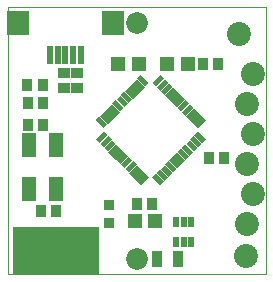
<source format=gts>
G75*
G70*
%OFA0B0*%
%FSLAX24Y24*%
%IPPOS*%
%LPD*%
%AMOC8*
5,1,8,0,0,1.08239X$1,22.5*
%
%ADD10C,0.0000*%
%ADD11R,0.0335X0.0413*%
%ADD12R,0.0472X0.0484*%
%ADD13R,0.0659X0.1359*%
%ADD14R,0.2900X0.1600*%
%ADD15C,0.0728*%
%ADD16C,0.0799*%
%ADD17R,0.0492X0.0453*%
%ADD18R,0.0374X0.0531*%
%ADD19R,0.0217X0.0354*%
%ADD20R,0.0197X0.0610*%
%ADD21R,0.0768X0.0807*%
%ADD22R,0.0374X0.0177*%
%ADD23R,0.0492X0.0807*%
%ADD24R,0.0413X0.0335*%
%ADD25R,0.0374X0.0374*%
D10*
X000750Y000969D02*
X000750Y009869D01*
X009350Y009869D01*
X009350Y000969D01*
X000750Y000969D01*
D11*
X001844Y003069D03*
X002356Y003069D03*
X001906Y005919D03*
X001394Y005919D03*
X001394Y006669D03*
X001906Y006669D03*
X001895Y007254D03*
X001383Y007254D03*
X005031Y003285D03*
X005543Y003285D03*
X007444Y004843D03*
X007956Y004843D03*
X007756Y007969D03*
X007244Y007969D03*
D12*
X006744Y007969D03*
X006056Y007969D03*
X005094Y007969D03*
X004406Y007969D03*
D13*
X003350Y001719D03*
X002350Y001719D03*
X001350Y001719D03*
D14*
X002350Y001719D03*
D15*
X005050Y001469D03*
X005050Y009343D03*
D16*
X008450Y008969D03*
X008900Y007619D03*
X008700Y006619D03*
X008900Y005619D03*
X008700Y004619D03*
X008900Y003619D03*
X008700Y002619D03*
X008690Y001550D03*
D17*
X005635Y002719D03*
X004965Y002719D03*
D18*
X005696Y001469D03*
X006404Y001469D03*
D19*
X006344Y002044D03*
X006600Y002044D03*
X006856Y002044D03*
X006856Y002694D03*
X006600Y002694D03*
X006344Y002694D03*
D20*
X003162Y008276D03*
X002906Y008276D03*
X002650Y008276D03*
X002394Y008276D03*
X002138Y008276D03*
D21*
X001075Y009319D03*
X004225Y009319D03*
D22*
G36*
X005179Y007605D02*
X005443Y007341D01*
X005319Y007217D01*
X005055Y007481D01*
X005179Y007605D01*
G37*
G36*
X005040Y007466D02*
X005304Y007202D01*
X005180Y007078D01*
X004916Y007342D01*
X005040Y007466D01*
G37*
G36*
X004901Y007327D02*
X005165Y007063D01*
X005041Y006939D01*
X004777Y007203D01*
X004901Y007327D01*
G37*
G36*
X004762Y007188D02*
X005026Y006924D01*
X004902Y006800D01*
X004638Y007064D01*
X004762Y007188D01*
G37*
G36*
X004623Y007049D02*
X004887Y006785D01*
X004763Y006661D01*
X004499Y006925D01*
X004623Y007049D01*
G37*
G36*
X004483Y006909D02*
X004747Y006645D01*
X004623Y006521D01*
X004359Y006785D01*
X004483Y006909D01*
G37*
G36*
X004484Y006382D02*
X004220Y006646D01*
X004344Y006770D01*
X004608Y006506D01*
X004484Y006382D01*
G37*
G36*
X004345Y006243D02*
X004081Y006507D01*
X004205Y006631D01*
X004469Y006367D01*
X004345Y006243D01*
G37*
G36*
X004206Y006104D02*
X003942Y006368D01*
X004066Y006492D01*
X004330Y006228D01*
X004206Y006104D01*
G37*
G36*
X004067Y005965D02*
X003803Y006229D01*
X003927Y006353D01*
X004191Y006089D01*
X004067Y005965D01*
G37*
G36*
X003928Y005825D02*
X003664Y006089D01*
X003788Y006213D01*
X004052Y005949D01*
X003928Y005825D01*
G37*
G36*
X003664Y005448D02*
X003928Y005712D01*
X004052Y005588D01*
X003788Y005324D01*
X003664Y005448D01*
G37*
G36*
X003803Y005309D02*
X004067Y005573D01*
X004191Y005449D01*
X003927Y005185D01*
X003803Y005309D01*
G37*
G36*
X003942Y005170D02*
X004206Y005434D01*
X004330Y005310D01*
X004066Y005046D01*
X003942Y005170D01*
G37*
G36*
X004081Y005031D02*
X004345Y005295D01*
X004469Y005171D01*
X004205Y004907D01*
X004081Y005031D01*
G37*
G36*
X004220Y004892D02*
X004484Y005156D01*
X004608Y005032D01*
X004344Y004768D01*
X004220Y004892D01*
G37*
G36*
X004359Y004752D02*
X004623Y005016D01*
X004747Y004892D01*
X004483Y004628D01*
X004359Y004752D01*
G37*
G36*
X004887Y004753D02*
X004623Y004489D01*
X004499Y004613D01*
X004763Y004877D01*
X004887Y004753D01*
G37*
G36*
X005026Y004614D02*
X004762Y004350D01*
X004638Y004474D01*
X004902Y004738D01*
X005026Y004614D01*
G37*
G36*
X005165Y004475D02*
X004901Y004211D01*
X004777Y004335D01*
X005041Y004599D01*
X005165Y004475D01*
G37*
G36*
X005304Y004336D02*
X005040Y004072D01*
X004916Y004196D01*
X005180Y004460D01*
X005304Y004336D01*
G37*
G36*
X005443Y004196D02*
X005179Y003932D01*
X005055Y004056D01*
X005319Y004320D01*
X005443Y004196D01*
G37*
G36*
X005821Y003932D02*
X005557Y004196D01*
X005681Y004320D01*
X005945Y004056D01*
X005821Y003932D01*
G37*
G36*
X005960Y004072D02*
X005696Y004336D01*
X005820Y004460D01*
X006084Y004196D01*
X005960Y004072D01*
G37*
G36*
X006099Y004211D02*
X005835Y004475D01*
X005959Y004599D01*
X006223Y004335D01*
X006099Y004211D01*
G37*
G36*
X006238Y004350D02*
X005974Y004614D01*
X006098Y004738D01*
X006362Y004474D01*
X006238Y004350D01*
G37*
G36*
X006377Y004489D02*
X006113Y004753D01*
X006237Y004877D01*
X006501Y004613D01*
X006377Y004489D01*
G37*
G36*
X006517Y004628D02*
X006253Y004892D01*
X006377Y005016D01*
X006641Y004752D01*
X006517Y004628D01*
G37*
G36*
X006516Y005156D02*
X006780Y004892D01*
X006656Y004768D01*
X006392Y005032D01*
X006516Y005156D01*
G37*
G36*
X006655Y005295D02*
X006919Y005031D01*
X006795Y004907D01*
X006531Y005171D01*
X006655Y005295D01*
G37*
G36*
X006794Y005434D02*
X007058Y005170D01*
X006934Y005046D01*
X006670Y005310D01*
X006794Y005434D01*
G37*
G36*
X006933Y005573D02*
X007197Y005309D01*
X007073Y005185D01*
X006809Y005449D01*
X006933Y005573D01*
G37*
G36*
X007072Y005712D02*
X007336Y005448D01*
X007212Y005324D01*
X006948Y005588D01*
X007072Y005712D01*
G37*
G36*
X007336Y006089D02*
X007072Y005825D01*
X006948Y005949D01*
X007212Y006213D01*
X007336Y006089D01*
G37*
G36*
X007197Y006229D02*
X006933Y005965D01*
X006809Y006089D01*
X007073Y006353D01*
X007197Y006229D01*
G37*
G36*
X007058Y006368D02*
X006794Y006104D01*
X006670Y006228D01*
X006934Y006492D01*
X007058Y006368D01*
G37*
G36*
X006919Y006507D02*
X006655Y006243D01*
X006531Y006367D01*
X006795Y006631D01*
X006919Y006507D01*
G37*
G36*
X006780Y006646D02*
X006516Y006382D01*
X006392Y006506D01*
X006656Y006770D01*
X006780Y006646D01*
G37*
G36*
X006641Y006785D02*
X006377Y006521D01*
X006253Y006645D01*
X006517Y006909D01*
X006641Y006785D01*
G37*
G36*
X006113Y006785D02*
X006377Y007049D01*
X006501Y006925D01*
X006237Y006661D01*
X006113Y006785D01*
G37*
G36*
X005974Y006924D02*
X006238Y007188D01*
X006362Y007064D01*
X006098Y006800D01*
X005974Y006924D01*
G37*
G36*
X005835Y007063D02*
X006099Y007327D01*
X006223Y007203D01*
X005959Y006939D01*
X005835Y007063D01*
G37*
G36*
X005696Y007202D02*
X005960Y007466D01*
X006084Y007342D01*
X005820Y007078D01*
X005696Y007202D01*
G37*
G36*
X005557Y007341D02*
X005821Y007605D01*
X005945Y007481D01*
X005681Y007217D01*
X005557Y007341D01*
G37*
D23*
X002353Y005247D03*
X001447Y005247D03*
X001447Y003791D03*
X002353Y003791D03*
D24*
X002600Y007163D03*
X003050Y007163D03*
X003050Y007675D03*
X002600Y007675D03*
D25*
X004104Y003256D03*
X004104Y002666D03*
M02*

</source>
